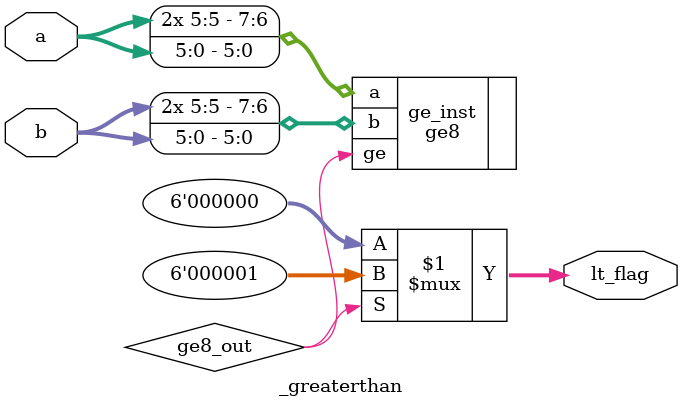
<source format=v>
`timescale 1ns / 1ps


module _greaterthan(input wire [5:0] a, b, output wire [5:0] lt_flag);
    // Temporary bit to store result of ge8
    wire ge8_out;
    // Sign-extend 6-bit numbers to 8 bits (using the MSB as sign)
    ge8 ge_inst(.a({{2{a[5]}}, a}), .b({{2{b[5]}}, b}), .ge(ge8_out));
    // A < B is true if A is NOT greater than or equal to B.
    // Output a 6-bit flag: 6'000001 if true, 6'b000000 if false.
    assign lt_flag = (ge8_out) ? 6'b000001 : 6'b000000;
endmodule

</source>
